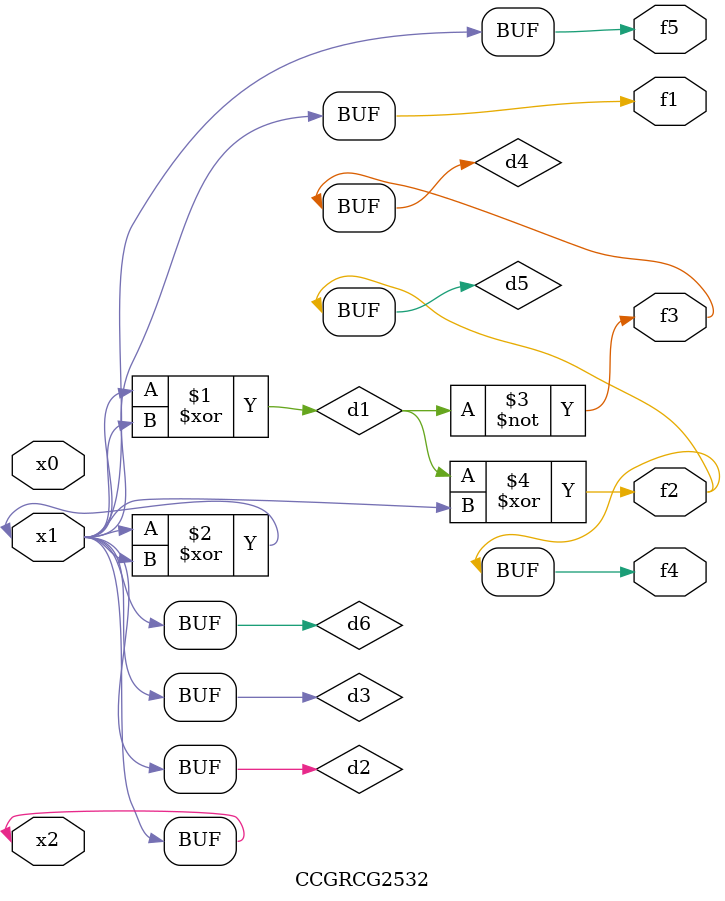
<source format=v>
module CCGRCG2532(
	input x0, x1, x2,
	output f1, f2, f3, f4, f5
);

	wire d1, d2, d3, d4, d5, d6;

	xor (d1, x1, x2);
	buf (d2, x1, x2);
	xor (d3, x1, x2);
	nor (d4, d1);
	xor (d5, d1, d2);
	buf (d6, d2, d3);
	assign f1 = d6;
	assign f2 = d5;
	assign f3 = d4;
	assign f4 = d5;
	assign f5 = d6;
endmodule

</source>
